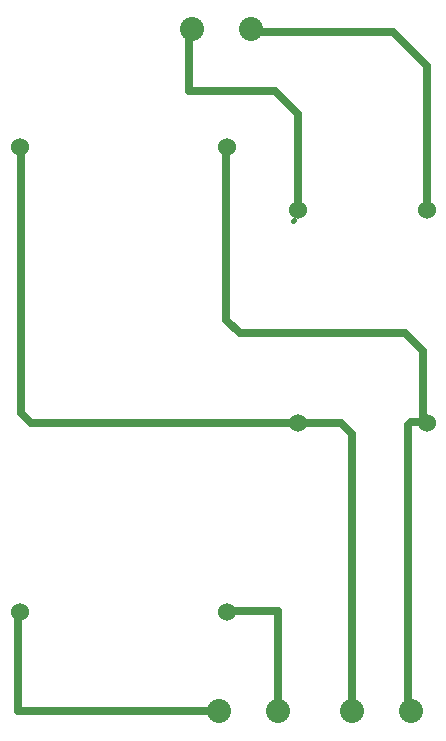
<source format=gbr>
G04 start of page 3 for group 1 idx 3 *
G04 Title: (unknown), bottom *
G04 Creator: pcb.exe 20130104 *
G04 CreationDate: 31-Mar-17 10:33:27 UTC *
G04 Format: Gerber/RS-274X *
G04 PCB-Dimensions (mil): 1850.39 2755.91 *
G04 PCB-Coordinate-Origin: lower left *
%MOIN*%
%FSLAX25Y25*%
%LNBOTTOM*%
%ADD19C,0.0280*%
%ADD18C,0.0800*%
%ADD17C,0.0600*%
%ADD16C,0.0150*%
%ADD15C,0.0250*%
G54D15*X14764Y213276D02*X14299Y213740D01*
X13780Y213220D02*X14299Y213740D01*
X14764Y213276D02*X14457Y213583D01*
X14764Y125000D02*Y212236D01*
X13780Y213220D01*
Y59260D02*X14299Y58740D01*
X83661Y58378D02*X83299Y58740D01*
X107079Y121614D02*X18150D01*
X14764Y125000D01*
X80708Y25591D02*X13780D01*
X13780Y25591D01*
Y58071D01*
X14374Y58665D01*
X83661Y212236D02*X83299Y212598D01*
G54D16*X105394Y188976D02*X105827Y189409D01*
G54D15*X82988Y212909D02*Y156185D01*
X87598Y151575D01*
X142717D01*
X99409Y232283D02*X70866D01*
Y251970D01*
X71850Y252954D01*
X142717Y151575D02*X148622Y145669D01*
Y123071D01*
X150079Y121614D01*
Y192614D02*Y240669D01*
X138780Y251969D01*
X148622Y122047D02*X144685D01*
X143701Y121063D01*
X138780Y251969D02*X92520D01*
X91535Y252954D01*
X107079Y192614D02*Y224614D01*
X99409Y232283D01*
X107283Y121614D02*X121496D01*
X125000Y118110D01*
X82984Y59055D02*X100394D01*
Y25592D01*
X100393Y25591D01*
X125000Y25592D02*X125000Y25591D01*
X125000Y118110D02*Y25592D01*
X143701Y121063D02*Y26575D01*
X144685Y25591D01*
G54D17*X83299Y58740D03*
X14299D03*
X83299Y213740D03*
X14299D03*
G54D18*X100393Y25591D03*
X80708D03*
X144685D03*
X125000D03*
X91535Y252954D03*
X71850D03*
G54D17*X107079Y192614D03*
Y121614D03*
X150079Y192614D03*
Y121614D03*
G54D19*G54D16*G54D19*M02*

</source>
